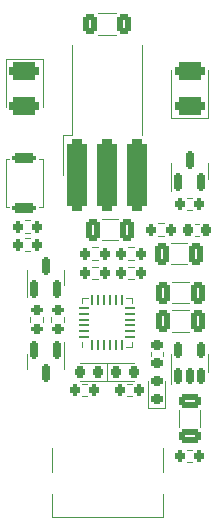
<source format=gto>
%TF.GenerationSoftware,KiCad,Pcbnew,(6.0.4)*%
%TF.CreationDate,2023-01-26T18:28:49+01:00*%
%TF.ProjectId,hair-01,68616972-2d30-4312-9e6b-696361645f70,rev?*%
%TF.SameCoordinates,Original*%
%TF.FileFunction,Legend,Top*%
%TF.FilePolarity,Positive*%
%FSLAX46Y46*%
G04 Gerber Fmt 4.6, Leading zero omitted, Abs format (unit mm)*
G04 Created by KiCad (PCBNEW (6.0.4)) date 2023-01-26 18:28:49*
%MOMM*%
%LPD*%
G01*
G04 APERTURE LIST*
G04 Aperture macros list*
%AMRoundRect*
0 Rectangle with rounded corners*
0 $1 Rounding radius*
0 $2 $3 $4 $5 $6 $7 $8 $9 X,Y pos of 4 corners*
0 Add a 4 corners polygon primitive as box body*
4,1,4,$2,$3,$4,$5,$6,$7,$8,$9,$2,$3,0*
0 Add four circle primitives for the rounded corners*
1,1,$1+$1,$2,$3*
1,1,$1+$1,$4,$5*
1,1,$1+$1,$6,$7*
1,1,$1+$1,$8,$9*
0 Add four rect primitives between the rounded corners*
20,1,$1+$1,$2,$3,$4,$5,0*
20,1,$1+$1,$4,$5,$6,$7,0*
20,1,$1+$1,$6,$7,$8,$9,0*
20,1,$1+$1,$8,$9,$2,$3,0*%
G04 Aperture macros list end*
%ADD10C,0.120000*%
%ADD11RoundRect,0.375000X0.925000X-0.375000X0.925000X0.375000X-0.925000X0.375000X-0.925000X-0.375000X0*%
%ADD12RoundRect,0.200000X-0.200000X-0.275000X0.200000X-0.275000X0.200000X0.275000X-0.200000X0.275000X0*%
%ADD13RoundRect,0.200000X0.200000X0.275000X-0.200000X0.275000X-0.200000X-0.275000X0.200000X-0.275000X0*%
%ADD14RoundRect,0.218750X0.256250X-0.218750X0.256250X0.218750X-0.256250X0.218750X-0.256250X-0.218750X0*%
%ADD15RoundRect,0.425000X-0.425000X-2.625000X0.425000X-2.625000X0.425000X2.625000X-0.425000X2.625000X0*%
%ADD16RoundRect,0.150000X0.150000X-0.587500X0.150000X0.587500X-0.150000X0.587500X-0.150000X-0.587500X0*%
%ADD17RoundRect,0.200000X-0.275000X0.200000X-0.275000X-0.200000X0.275000X-0.200000X0.275000X0.200000X0*%
%ADD18C,0.650000*%
%ADD19R,0.600000X1.450000*%
%ADD20R,0.300000X1.450000*%
%ADD21O,1.000000X1.600000*%
%ADD22O,1.000000X2.100000*%
%ADD23RoundRect,0.250000X-0.650000X0.325000X-0.650000X-0.325000X0.650000X-0.325000X0.650000X0.325000X0*%
%ADD24RoundRect,0.150000X-0.150000X0.587500X-0.150000X-0.587500X0.150000X-0.587500X0.150000X0.587500X0*%
%ADD25RoundRect,0.250000X-0.325000X-0.650000X0.325000X-0.650000X0.325000X0.650000X-0.325000X0.650000X0*%
%ADD26RoundRect,0.150000X0.150000X-0.512500X0.150000X0.512500X-0.150000X0.512500X-0.150000X-0.512500X0*%
%ADD27RoundRect,0.225000X-0.250000X0.225000X-0.250000X-0.225000X0.250000X-0.225000X0.250000X0.225000X0*%
%ADD28RoundRect,0.218750X-0.218750X-0.256250X0.218750X-0.256250X0.218750X0.256250X-0.218750X0.256250X0*%
%ADD29RoundRect,0.218750X0.218750X0.256250X-0.218750X0.256250X-0.218750X-0.256250X0.218750X-0.256250X0*%
%ADD30RoundRect,0.225000X-0.225000X-0.250000X0.225000X-0.250000X0.225000X0.250000X-0.225000X0.250000X0*%
%ADD31RoundRect,0.200000X0.800000X-0.200000X0.800000X0.200000X-0.800000X0.200000X-0.800000X-0.200000X0*%
%ADD32RoundRect,0.250000X-0.312500X-0.625000X0.312500X-0.625000X0.312500X0.625000X-0.312500X0.625000X0*%
%ADD33RoundRect,0.250000X0.325000X0.650000X-0.325000X0.650000X-0.325000X-0.650000X0.325000X-0.650000X0*%
%ADD34RoundRect,0.062500X0.062500X-0.350000X0.062500X0.350000X-0.062500X0.350000X-0.062500X-0.350000X0*%
%ADD35RoundRect,0.062500X0.350000X-0.062500X0.350000X0.062500X-0.350000X0.062500X-0.350000X-0.062500X0*%
%ADD36R,2.600000X2.600000*%
%ADD37RoundRect,0.375000X-0.925000X0.375000X-0.925000X-0.375000X0.925000X-0.375000X0.925000X0.375000X0*%
%ADD38RoundRect,0.200000X0.275000X-0.200000X0.275000X0.200000X-0.275000X0.200000X-0.275000X-0.200000X0*%
G04 APERTURE END LIST*
D10*
X157140000Y-86700000D02*
X157140000Y-82600000D01*
X154040000Y-86700000D02*
X154040000Y-82600000D01*
X154040000Y-86700000D02*
X157140000Y-86700000D01*
X141621742Y-96886500D02*
X142096258Y-96886500D01*
X141621742Y-97931500D02*
X142096258Y-97931500D01*
X150257742Y-109205500D02*
X150732258Y-109205500D01*
X150257742Y-110250500D02*
X150732258Y-110250500D01*
X150859258Y-97648500D02*
X150384742Y-97648500D01*
X150859258Y-98693500D02*
X150384742Y-98693500D01*
X152046000Y-108928000D02*
X152046000Y-111213000D01*
X152046000Y-111213000D02*
X153516000Y-111213000D01*
X153516000Y-111213000D02*
X153516000Y-108928000D01*
X145590000Y-80475000D02*
X145590000Y-88175000D01*
X144900000Y-88175000D02*
X144900000Y-91525000D01*
X145590000Y-88175000D02*
X144900000Y-88175000D01*
X151590000Y-80475000D02*
X151590000Y-88175000D01*
X157150000Y-91186000D02*
X157150000Y-90536000D01*
X157150000Y-91186000D02*
X157150000Y-91836000D01*
X154030000Y-91186000D02*
X154030000Y-90536000D01*
X154030000Y-91186000D02*
X154030000Y-92861000D01*
X143876500Y-103521742D02*
X143876500Y-103996258D01*
X144921500Y-103521742D02*
X144921500Y-103996258D01*
X143890000Y-114650000D02*
X143890000Y-116650000D01*
X143890000Y-120450000D02*
X153290000Y-120450000D01*
X153290000Y-118550000D02*
X153290000Y-120450000D01*
X153290000Y-114650000D02*
X153290000Y-116650000D01*
X143890000Y-118550000D02*
X143890000Y-120450000D01*
X156485000Y-111429748D02*
X156485000Y-112852252D01*
X154665000Y-111429748D02*
X154665000Y-112852252D01*
X141823000Y-107315000D02*
X141823000Y-107965000D01*
X141823000Y-107315000D02*
X141823000Y-106665000D01*
X144943000Y-107315000D02*
X144943000Y-105640000D01*
X144943000Y-107315000D02*
X144943000Y-107965000D01*
X154101748Y-104796000D02*
X155524252Y-104796000D01*
X154101748Y-102976000D02*
X155524252Y-102976000D01*
X146922258Y-110250500D02*
X146447742Y-110250500D01*
X146922258Y-109205500D02*
X146447742Y-109205500D01*
X157135000Y-107442000D02*
X157135000Y-108242000D01*
X154015000Y-107442000D02*
X154015000Y-109242000D01*
X157135000Y-107442000D02*
X157135000Y-106642000D01*
X154015000Y-107442000D02*
X154015000Y-106642000D01*
X141621742Y-95362500D02*
X142096258Y-95362500D01*
X141621742Y-96407500D02*
X142096258Y-96407500D01*
X153291000Y-106539420D02*
X153291000Y-106820580D01*
X152271000Y-106539420D02*
X152271000Y-106820580D01*
X141823000Y-100203000D02*
X141823000Y-101878000D01*
X141823000Y-100203000D02*
X141823000Y-99553000D01*
X144943000Y-100203000D02*
X144943000Y-99553000D01*
X144943000Y-100203000D02*
X144943000Y-100853000D01*
X150914000Y-107469000D02*
X148629000Y-107469000D01*
X148629000Y-108939000D02*
X150914000Y-108939000D01*
X148629000Y-107469000D02*
X148629000Y-108939000D01*
X146266000Y-108939000D02*
X148551000Y-108939000D01*
X148551000Y-108939000D02*
X148551000Y-107469000D01*
X148551000Y-107469000D02*
X146266000Y-107469000D01*
X147336742Y-100344500D02*
X147811258Y-100344500D01*
X147336742Y-99299500D02*
X147811258Y-99299500D01*
X156069420Y-95629000D02*
X156350580Y-95629000D01*
X156069420Y-96649000D02*
X156350580Y-96649000D01*
X140020000Y-94270000D02*
X140020000Y-90130000D01*
X140020000Y-90130000D02*
X140320000Y-90130000D01*
X142860000Y-90130000D02*
X143160000Y-90130000D01*
X143160000Y-90130000D02*
X143160000Y-94270000D01*
X140320000Y-94270000D02*
X140020000Y-94270000D01*
X143160000Y-94270000D02*
X142860000Y-94270000D01*
X147862936Y-77830000D02*
X149317064Y-77830000D01*
X147862936Y-79650000D02*
X149317064Y-79650000D01*
X153399258Y-96661500D02*
X152924742Y-96661500D01*
X153399258Y-95616500D02*
X152924742Y-95616500D01*
X155397252Y-97261000D02*
X153974748Y-97261000D01*
X155397252Y-99081000D02*
X153974748Y-99081000D01*
X146480000Y-101903000D02*
X146955000Y-101903000D01*
X146480000Y-102378000D02*
X146480000Y-101903000D01*
X150700000Y-101903000D02*
X150225000Y-101903000D01*
X150700000Y-105648000D02*
X150700000Y-106123000D01*
X146480000Y-105648000D02*
X146480000Y-106123000D01*
X150700000Y-106123000D02*
X150225000Y-106123000D01*
X150700000Y-102378000D02*
X150700000Y-101903000D01*
X155337742Y-114793500D02*
X155812258Y-114793500D01*
X155337742Y-115838500D02*
X155812258Y-115838500D01*
X150859258Y-100344500D02*
X150384742Y-100344500D01*
X150859258Y-99299500D02*
X150384742Y-99299500D01*
X147811258Y-97648500D02*
X147336742Y-97648500D01*
X147811258Y-98693500D02*
X147336742Y-98693500D01*
X154101748Y-102383000D02*
X155524252Y-102383000D01*
X154101748Y-100563000D02*
X155524252Y-100563000D01*
X155337742Y-94502500D02*
X155812258Y-94502500D01*
X155337742Y-93457500D02*
X155812258Y-93457500D01*
X140040000Y-81700000D02*
X140040000Y-85800000D01*
X143140000Y-81700000D02*
X143140000Y-85800000D01*
X143140000Y-81700000D02*
X140040000Y-81700000D01*
X142098500Y-103996258D02*
X142098500Y-103521742D01*
X143143500Y-103996258D02*
X143143500Y-103521742D01*
X149555252Y-95229000D02*
X148132748Y-95229000D01*
X149555252Y-97049000D02*
X148132748Y-97049000D01*
%LPC*%
D11*
X155590000Y-85700000D03*
X155590000Y-82700000D03*
D12*
X141034000Y-97409000D03*
X142684000Y-97409000D03*
X149670000Y-109728000D03*
X151320000Y-109728000D03*
D13*
X151447000Y-98171000D03*
X149797000Y-98171000D03*
D14*
X152781000Y-110515500D03*
X152781000Y-108940500D03*
D15*
X146050000Y-91525000D03*
X148590000Y-91525000D03*
X151130000Y-91525000D03*
D16*
X154640000Y-92123500D03*
X156540000Y-92123500D03*
X155590000Y-90248500D03*
D17*
X144399000Y-102934000D03*
X144399000Y-104584000D03*
D18*
X151480000Y-113950000D03*
X145700000Y-113950000D03*
D19*
X145340000Y-112505000D03*
X146140000Y-112505000D03*
D20*
X147340000Y-112505000D03*
X148340000Y-112505000D03*
X148840000Y-112505000D03*
X149840000Y-112505000D03*
D19*
X151040000Y-112505000D03*
X151840000Y-112505000D03*
X151840000Y-112505000D03*
X151040000Y-112505000D03*
D20*
X150340000Y-112505000D03*
X149340000Y-112505000D03*
X147840000Y-112505000D03*
X146840000Y-112505000D03*
D19*
X146140000Y-112505000D03*
X145340000Y-112505000D03*
D21*
X152910000Y-117600000D03*
X144270000Y-117600000D03*
D22*
X144270000Y-113420000D03*
X152910000Y-113420000D03*
D23*
X155575000Y-110666000D03*
X155575000Y-113616000D03*
D24*
X144333000Y-106377500D03*
X142433000Y-106377500D03*
X143383000Y-108252500D03*
D25*
X153338000Y-103886000D03*
X156288000Y-103886000D03*
D13*
X147510000Y-109728000D03*
X145860000Y-109728000D03*
D26*
X154625000Y-108579500D03*
X155575000Y-108579500D03*
X156525000Y-108579500D03*
X156525000Y-106304500D03*
X154625000Y-106304500D03*
D12*
X141034000Y-95885000D03*
X142684000Y-95885000D03*
D27*
X152781000Y-105905000D03*
X152781000Y-107455000D03*
D16*
X142433000Y-101140500D03*
X144333000Y-101140500D03*
X143383000Y-99265500D03*
D28*
X149326500Y-108204000D03*
X150901500Y-108204000D03*
D29*
X147853500Y-108204000D03*
X146278500Y-108204000D03*
D12*
X146749000Y-99822000D03*
X148399000Y-99822000D03*
D30*
X155435000Y-96139000D03*
X156985000Y-96139000D03*
D31*
X141590000Y-94300000D03*
X141590000Y-90100000D03*
D32*
X147127500Y-78740000D03*
X150052500Y-78740000D03*
D13*
X153987000Y-96139000D03*
X152337000Y-96139000D03*
D33*
X156161000Y-98171000D03*
X153211000Y-98171000D03*
D34*
X147340000Y-105950500D03*
X147840000Y-105950500D03*
X148340000Y-105950500D03*
X148840000Y-105950500D03*
X149340000Y-105950500D03*
X149840000Y-105950500D03*
D35*
X150527500Y-105263000D03*
X150527500Y-104763000D03*
X150527500Y-104263000D03*
X150527500Y-103763000D03*
X150527500Y-103263000D03*
X150527500Y-102763000D03*
D34*
X149840000Y-102075500D03*
X149340000Y-102075500D03*
X148840000Y-102075500D03*
X148340000Y-102075500D03*
X147840000Y-102075500D03*
X147340000Y-102075500D03*
D35*
X146652500Y-102763000D03*
X146652500Y-103263000D03*
X146652500Y-103763000D03*
X146652500Y-104263000D03*
X146652500Y-104763000D03*
X146652500Y-105263000D03*
D36*
X148590000Y-104013000D03*
D12*
X154750000Y-115316000D03*
X156400000Y-115316000D03*
D13*
X151447000Y-99822000D03*
X149797000Y-99822000D03*
X148399000Y-98171000D03*
X146749000Y-98171000D03*
D25*
X153338000Y-101473000D03*
X156288000Y-101473000D03*
D12*
X154750000Y-93980000D03*
X156400000Y-93980000D03*
D37*
X141590000Y-82700000D03*
X141590000Y-85700000D03*
D38*
X142621000Y-104584000D03*
X142621000Y-102934000D03*
D33*
X150319000Y-96139000D03*
X147369000Y-96139000D03*
M02*

</source>
